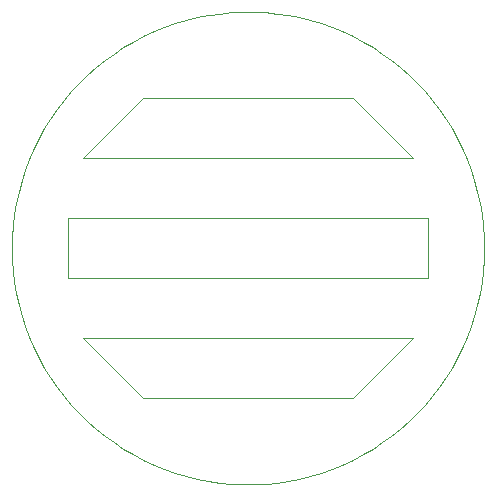
<source format=gbp>
G75*
G70*
%OFA0B0*%
%FSLAX24Y24*%
%IPPOS*%
%LPD*%
%AMOC8*
5,1,8,0,0,1.08239X$1,22.5*
%
%ADD10C,0.0000*%
D10*
X004664Y003164D02*
X002664Y005164D01*
X013664Y005164D01*
X011664Y003164D01*
X004664Y003164D01*
X002164Y007164D02*
X002164Y009164D01*
X014164Y009164D01*
X014164Y007164D01*
X002164Y007164D01*
X002664Y011164D02*
X004664Y013164D01*
X011664Y013164D01*
X013664Y011164D01*
X002664Y011164D01*
X000290Y008164D02*
X000299Y007784D01*
X000327Y007404D01*
X000373Y007026D01*
X000437Y006651D01*
X000519Y006280D01*
X000619Y005912D01*
X000736Y005551D01*
X000871Y005195D01*
X001023Y004846D01*
X001192Y004505D01*
X001377Y004172D01*
X001578Y003849D01*
X001794Y003536D01*
X002025Y003233D01*
X002270Y002943D01*
X002529Y002664D01*
X002802Y002398D01*
X003087Y002146D01*
X003383Y001907D01*
X003691Y001684D01*
X004009Y001475D01*
X004337Y001282D01*
X004674Y001106D01*
X005019Y000945D01*
X005372Y000802D01*
X005731Y000675D01*
X006095Y000567D01*
X006465Y000476D01*
X006838Y000402D01*
X007215Y000347D01*
X007594Y000311D01*
X007974Y000292D01*
X008354Y000292D01*
X008734Y000311D01*
X009113Y000347D01*
X009490Y000402D01*
X009863Y000476D01*
X010233Y000567D01*
X010597Y000675D01*
X010956Y000802D01*
X011309Y000945D01*
X011654Y001106D01*
X011991Y001282D01*
X012319Y001475D01*
X012637Y001684D01*
X012945Y001907D01*
X013241Y002146D01*
X013526Y002398D01*
X013799Y002664D01*
X014058Y002943D01*
X014303Y003233D01*
X014534Y003536D01*
X014750Y003849D01*
X014951Y004172D01*
X015136Y004505D01*
X015305Y004846D01*
X015457Y005195D01*
X015592Y005551D01*
X015709Y005912D01*
X015809Y006280D01*
X015891Y006651D01*
X015955Y007026D01*
X016001Y007404D01*
X016029Y007784D01*
X016038Y008164D01*
X016029Y008544D01*
X016001Y008924D01*
X015955Y009302D01*
X015891Y009677D01*
X015809Y010048D01*
X015709Y010416D01*
X015592Y010777D01*
X015457Y011133D01*
X015305Y011482D01*
X015136Y011823D01*
X014951Y012156D01*
X014750Y012479D01*
X014534Y012792D01*
X014303Y013095D01*
X014058Y013385D01*
X013799Y013664D01*
X013526Y013930D01*
X013241Y014182D01*
X012945Y014421D01*
X012637Y014644D01*
X012319Y014853D01*
X011991Y015046D01*
X011654Y015222D01*
X011309Y015383D01*
X010956Y015526D01*
X010597Y015653D01*
X010233Y015761D01*
X009863Y015852D01*
X009490Y015926D01*
X009113Y015981D01*
X008734Y016017D01*
X008354Y016036D01*
X007974Y016036D01*
X007594Y016017D01*
X007215Y015981D01*
X006838Y015926D01*
X006465Y015852D01*
X006095Y015761D01*
X005731Y015653D01*
X005372Y015526D01*
X005019Y015383D01*
X004674Y015222D01*
X004337Y015046D01*
X004009Y014853D01*
X003691Y014644D01*
X003383Y014421D01*
X003087Y014182D01*
X002802Y013930D01*
X002529Y013664D01*
X002270Y013385D01*
X002025Y013095D01*
X001794Y012792D01*
X001578Y012479D01*
X001377Y012156D01*
X001192Y011823D01*
X001023Y011482D01*
X000871Y011133D01*
X000736Y010777D01*
X000619Y010416D01*
X000519Y010048D01*
X000437Y009677D01*
X000373Y009302D01*
X000327Y008924D01*
X000299Y008544D01*
X000290Y008164D01*
M02*

</source>
